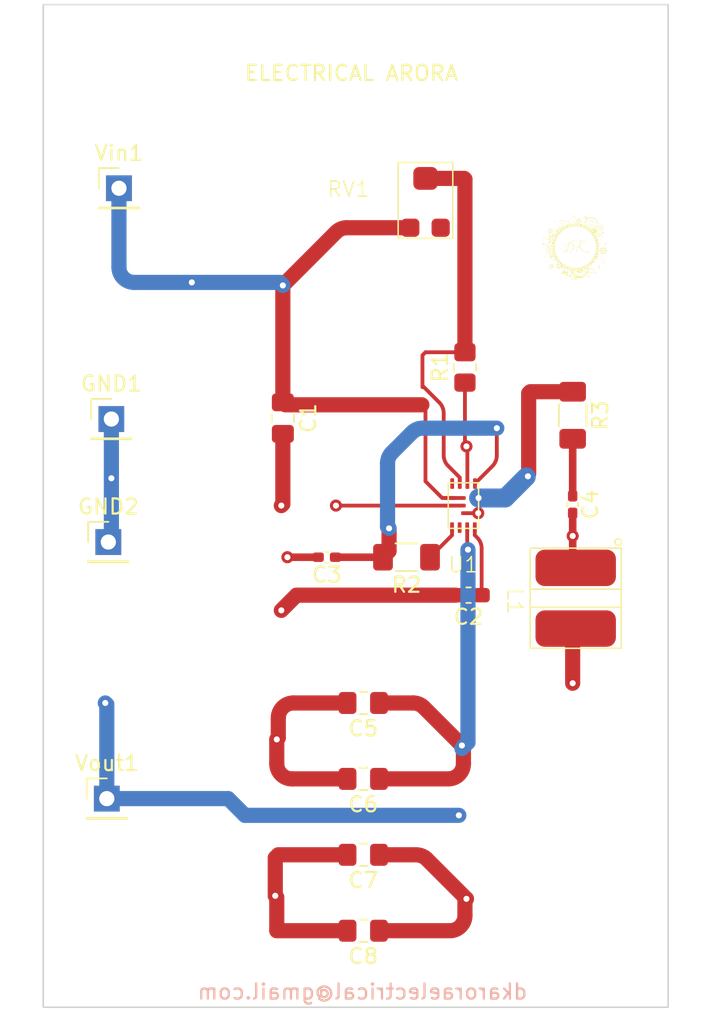
<source format=kicad_pcb>
(kicad_pcb (version 20221018) (generator pcbnew)
  (layers (0 "F.Cu" signal) (1 "In1.Cu" power "GND") (2 "In2.Cu" power "PWR") (31 "B.Cu" signal) (34 "B.Paste" user) (35 "F.Paste" user) (36 "B.SilkS" user "B.Silkscreen") (37 "F.SilkS" user "F.Silkscreen") (38 "B.Mask" user) (39 "F.Mask" user) (44 "Edge.Cuts" user))
  (net 0 "")
  (net 1 "/Vin")
  (net 2 "GND")
  (net 3 "Net-(U1-LDO)")
  (net 4 "Net-(U1-Vcc)")
  (net 5 "Net-(C4-Pad1)")
  (net 6 "/Sw")
  (net 7 "/BST")
  (net 8 "Net-(U1-EN)")
  (net 9 "Net-(U1-PG)")
  (net 10 "Net-(U1-BST)")
  (footprint "MountingHole:MountingHole_3mm" (layer "F.Cu") (at 130.5 58.7)
    (fp_text reference "REF**" hide)
    (fp_text value "MountingHole_3mm")
    (pad "" np_thru_hole circle (at 0 0) (size 3 3) (drill 3) (layers "*.Cu" "*.Mask"))
  )
  (footprint "Capacitor_SMD:C_0603_1608Metric_Pad1.08x0.95mm_HandSolder" (layer "F.Cu") (at 120.9375 92.9 180)
    (fp_text reference "C2" (at 0 -1.43) (layer "F.SilkS"))
    (fp_text value "4.7uF")
    (pad "1" smd roundrect (at -0.8625 0 180) (size 1.075 0.95) (layers "F.Cu" "F.Paste" "F.Mask") (net 3 "Net-(U1-LDO)"))
    (pad "2" smd roundrect (at 0.8625 0 180) (size 1.075 0.95) (layers "F.Cu" "F.Paste" "F.Mask") (net 2 "GND"))
  )
  (footprint "Connector_PinHeader_2.54mm:PinHeader_1x01_P2.54mm_Vertical" (layer "F.Cu") (at 97.9 66.1)
    (fp_text reference "Vin1" (at 0 -2.33) (layer "F.SilkS"))
    (fp_text value "Conn_01x01")
    (pad "1" thru_hole rect (at 0 0) (size 1.7 1.7) (drill 1) (layers "*.Cu" "*.Mask") (net 1 "/Vin"))
  )
  (footprint "DKA:IC_NB679_FP" (layer "F.Cu") (at 120.6 87)
    (fp_text reference "U1" (at 0 3.9 unlocked) (layer "F.SilkS") (effects (font (thickness 0.1))))
    (fp_text value "NB679")
    (pad "1" smd roundrect (at -0.6 -0.5) (size 1.5 0.25) (layers "F.Cu" "F.Paste" "F.Mask") (net 1 "/Vin"))
    (pad "2" smd roundrect (at -0.6 0) (size 1.5 0.25) (layers "F.Cu" "F.Paste" "F.Mask") (net 2 "GND"))
    (pad "3" smd roundrect (at -0.75 1.45) (size 0.25 0.7) (layers "F.Cu" "F.Paste" "F.Mask") (net 9 "Net-(U1-PG)"))
    (pad "4" smd roundrect (at -0.25 1.45) (size 0.25 0.7) (layers "F.Cu" "F.Paste" "F.Mask"))
    (pad "5" smd roundrect (at 0.25 1.45) (size 0.25 0.7) (layers "F.Cu" "F.Paste" "F.Mask") (net 7 "/BST"))
    (pad "6" smd roundrect (at 0.75 1.45) (size 0.25 0.7) (layers "F.Cu" "F.Paste" "F.Mask") (net 3 "Net-(U1-LDO)"))
    (pad "7" smd roundrect (at 0.6 0.5) (size 1.5 0.25) (layers "F.Cu" "F.Paste" "F.Mask") (net 6 "/Sw"))
    (pad "8" smd roundrect (at 1 -0.5) (size 0.7 0.25) (layers "F.Cu" "F.Paste" "F.Mask") (net 10 "Net-(U1-BST)"))
    (pad "9" smd roundrect (at 0.76 -1.45) (size 0.25 0.7) (layers "F.Cu" "F.Paste" "F.Mask") (net 4 "Net-(U1-Vcc)"))
    (pad "10" smd roundrect (at 0.26 -1.45) (size 0.25 0.7) (layers "F.Cu" "F.Paste" "F.Mask") (net 2 "GND"))
    (pad "11" smd roundrect (at -0.24 -1.45) (size 0.25 0.7) (layers "F.Cu" "F.Paste" "F.Mask") (net 8 "Net-(U1-EN)"))
    (pad "12" smd roundrect (at -0.74 -1.45) (size 0.25 0.7) (layers "F.Cu" "F.Paste" "F.Mask"))
  )
  (footprint "MountingHole:MountingHole_3mm" (layer "F.Cu") (at 130.5 115.8)
    (fp_text reference "REF**" hide)
    (fp_text value "MountingHole_3mm")
    (pad "" np_thru_hole circle (at 0 0) (size 3 3) (drill 3) (layers "*.Cu" "*.Mask"))
  )
  (footprint "Capacitor_SMD:C_0805_2012Metric_Pad1.18x1.45mm_HandSolder" (layer "F.Cu") (at 108.7 81.2375 -90)
    (fp_text reference "C1" (at 0 -1.68 90) (layer "F.SilkS"))
    (fp_text value "22uF")
    (pad "1" smd roundrect (at -1.0375 0 270) (size 1.175 1.45) (layers "F.Cu" "F.Paste" "F.Mask") (roundrect_rratio 0.2127659574) (net 1 "/Vin"))
    (pad "2" smd roundrect (at 1.0375 0 270) (size 1.175 1.45) (layers "F.Cu" "F.Paste" "F.Mask") (roundrect_rratio 0.2127659574) (net 2 "GND"))
  )
  (footprint "Connector_PinHeader_2.54mm:PinHeader_1x01_P2.54mm_Vertical" (layer "F.Cu") (at 97.4 81.3)
    (fp_text reference "GND1" (at 0 -2.33) (layer "F.SilkS"))
    (fp_text value "Conn_01x01")
    (pad "1" thru_hole rect (at 0 0) (size 1.7 1.7) (drill 1) (layers "*.Cu" "*.Mask") (net 2 "GND"))
  )
  (footprint "Resistor_SMD:R_1206_3216Metric_Pad1.30x1.75mm_HandSolder" (layer "F.Cu") (at 116.85 90.4 180)
    (fp_text reference "R2" (at 0 -1.82) (layer "F.SilkS"))
    (fp_text value "100k")
    (pad "1" smd roundrect (at -1.55 0 180) (size 1.3 1.75) (layers "F.Cu" "F.Paste" "F.Mask") (roundrect_rratio 0.1923076923) (net 9 "Net-(U1-PG)"))
    (pad "2" smd roundrect (at 1.55 0 180) (size 1.3 1.75) (layers "F.Cu" "F.Paste" "F.Mask") (roundrect_rratio 0.1923076923) (net 4 "Net-(U1-Vcc)"))
  )
  (footprint "Resistor_SMD:R_1206_3216Metric_Pad1.30x1.75mm_HandSolder" (layer "F.Cu") (at 127.8 81.05 -90)
    (fp_text reference "R3" (at 0 -1.82 90) (layer "F.SilkS"))
    (fp_text value "3.3Ω")
    (pad "1" smd roundrect (at -1.55 0 270) (size 1.3 1.75) (layers "F.Cu" "F.Paste" "F.Mask") (roundrect_rratio 0.1923076923) (net 10 "Net-(U1-BST)"))
    (pad "2" smd roundrect (at 1.55 0 270) (size 1.3 1.75) (layers "F.Cu" "F.Paste" "F.Mask") (roundrect_rratio 0.1923076923) (net 5 "Net-(C4-Pad1)"))
  )
  (footprint "DKA:POT_FP" (layer "F.Cu") (at 118.1 66.9)
    (fp_text reference "RV1" (at -5.08 -0.74 unlocked) (layer "F.SilkS") (effects (font (thickness 0.1))))
    (fp_text value "1MΩ")
    (pad "1" smd roundrect (at -1 1.8) (size 1.2 1.2) (layers "F.Cu" "F.Paste" "F.Mask") (net 1 "/Vin"))
    (pad "2" smd roundrect (at 0 -1.45) (size 1.6 1.5) (layers "F.Cu" "F.Paste" "F.Mask") (net 8 "Net-(U1-EN)"))
    (pad "3" smd roundrect (at 1 1.8) (size 1.2 1.2) (layers "F.Cu" "F.Paste" "F.Mask"))
  )
  (footprint "Capacitor_SMD:C_0805_2012Metric_Pad1.18x1.45mm_HandSolder" (layer "F.Cu") (at 114 110 180)
    (fp_text reference "C7" (at 0 -1.68) (layer "F.SilkS"))
    (fp_text value "22uF")
    (pad "1" smd roundrect (at -1.0375 0 180) (size 1.175 1.45) (layers "F.Cu" "F.Paste" "F.Mask") (roundrect_rratio 0.2127659574) (net 7 "/BST"))
    (pad "2" smd roundrect (at 1.0375 0 180) (size 1.175 1.45) (layers "F.Cu" "F.Paste" "F.Mask") (roundrect_rratio 0.2127659574) (net 2 "GND"))
  )
  (footprint "Capacitor_SMD:C_0805_2012Metric_Pad1.18x1.45mm_HandSolder" (layer "F.Cu") (at 114 100 180)
    (fp_text reference "C5" (at 0 -1.68) (layer "F.SilkS"))
    (fp_text value "22uF")
    (pad "1" smd roundrect (at -1.0375 0 180) (size 1.175 1.45) (layers "F.Cu" "F.Paste" "F.Mask") (roundrect_rratio 0.2127659574) (net 7 "/BST"))
    (pad "2" smd roundrect (at 1.0375 0 180) (size 1.175 1.45) (layers "F.Cu" "F.Paste" "F.Mask") (roundrect_rratio 0.2127659574) (net 2 "GND"))
  )
  (footprint "Graphics:dka" (layer "F.Cu") (at 127.9 70)
    (fp_text reference "G***" hide)
    (fp_text value "LOGO" hide)
  )
  (footprint "Capacitor_SMD:C_0402_1005Metric_Pad0.74x0.62mm_HandSolder" (layer "F.Cu") (at 111.6 90.4 180)
    (fp_text reference "C3" (at 0 -1.16) (layer "F.SilkS"))
    (fp_text value "1uF")
    (pad "1" smd roundrect (at -0.5675 0 180) (size 0.735 0.62) (layers "F.Cu" "F.Paste" "F.Mask") (net 4 "Net-(U1-Vcc)"))
    (pad "2" smd roundrect (at 0.5675 0 180) (size 0.735 0.62) (layers "F.Cu" "F.Paste" "F.Mask") (net 2 "GND"))
  )
  (footprint "Connector_PinHeader_2.54mm:PinHeader_1x01_P2.54mm_Vertical" (layer "F.Cu") (at 97.1 106.3)
    (fp_text reference "Vout1" (at 0 -2.33) (layer "F.SilkS"))
    (fp_text value "Conn_01x01")
    (pad "1" thru_hole rect (at 0 0) (size 1.7 1.7) (drill 1) (layers "*.Cu" "*.Mask") (net 7 "/BST"))
  )
  (footprint "DKA:IND_FP" (layer "F.Cu") (at 128 93.1 -90)
    (fp_text reference "L1" (at 0.2 4 -90 unlocked) (layer "F.SilkS") (effects (font (thickness 0.1))))
    (fp_text value "1.5uH")
    (pad "1" smd roundrect (at -2 0 270) (size 2.4 5.3) (layers "F.Cu" "F.Paste" "F.Mask") (net 6 "/Sw"))
    (pad "2" smd roundrect (at 2 0 270) (size 2.4 5.3) (layers "F.Cu" "F.Paste" "F.Mask") (net 7 "/BST"))
  )
  (footprint "Capacitor_SMD:C_0805_2012Metric_Pad1.18x1.45mm_HandSolder" (layer "F.Cu") (at 114 105 180)
    (fp_text reference "C6" (at 0 -1.68) (layer "F.SilkS"))
    (fp_text value "22uF")
    (pad "1" smd roundrect (at -1.0375 0 180) (size 1.175 1.45) (layers "F.Cu" "F.Paste" "F.Mask") (roundrect_rratio 0.2127659574) (net 7 "/BST"))
    (pad "2" smd roundrect (at 1.0375 0 180) (size 1.175 1.45) (layers "F.Cu" "F.Paste" "F.Mask") (roundrect_rratio 0.2127659574) (net 2 "GND"))
  )
  (footprint "MountingHole:MountingHole_3mm" (layer "F.Cu") (at 97.4 116.3)
    (fp_text reference "REF**" hide)
    (fp_text value "MountingHole_3mm")
    (pad "" np_thru_hole circle (at 0 0) (size 3 3) (drill 3) (layers "*.Cu" "*.Mask"))
  )
  (footprint "Resistor_SMD:R_0805_2012Metric_Pad1.20x1.40mm_HandSolder" (layer "F.Cu") (at 120.7 77.9 90)
    (fp_text reference "R1" (at 0 -1.65 90) (layer "F.SilkS"))
    (fp_text value "2.2MΩ")
    (pad "1" smd roundrect (at -1 0 90) (size 1.2 1.4) (layers "F.Cu" "F.Paste" "F.Mask") (roundrect_rratio 0.2083333333) (net 2 "GND"))
    (pad "2" smd roundrect (at 1 0 90) (size 1.2 1.4) (layers "F.Cu" "F.Paste" "F.Mask") (roundrect_rratio 0.2083333333) (net 8 "Net-(U1-EN)"))
  )
  (footprint "Capacitor_SMD:C_0402_1005Metric_Pad0.74x0.62mm_HandSolder" (layer "F.Cu") (at 127.8 86.9325 -90)
    (fp_text reference "C4" (at 0 -1.16 90) (layer "F.SilkS"))
    (fp_text value "220nF")
    (pad "1" smd roundrect (at -0.5675 0 270) (size 0.735 0.62) (layers "F.Cu" "F.Paste" "F.Mask") (net 5 "Net-(C4-Pad1)"))
    (pad "2" smd roundrect (at 0.5675 0 270) (size 0.735 0.62) (layers "F.Cu" "F.Paste" "F.Mask") (net 6 "/Sw"))
  )
  (footprint "MountingHole:MountingHole_3mm" (layer "F.Cu") (at 97.4 58.7)
    (fp_text reference "REF**" hide)
    (fp_text value "MountingHole_3mm")
    (pad "" np_thru_hole circle (at 0 0) (size 3 3) (drill 3) (layers "*.Cu" "*.Mask"))
  )
  (footprint "Connector_PinHeader_2.54mm:PinHeader_1x01_P2.54mm_Vertical" (layer "F.Cu") (at 97.2 89.4)
    (fp_text reference "GND2" (at 0 -2.33) (layer "F.SilkS"))
    (fp_text value "Conn_01x01")
    (pad "1" thru_hole rect (at 0 0) (size 1.7 1.7) (drill 1) (layers "*.Cu" "*.Mask") (net 2 "GND"))
  )
  (footprint "Capacitor_SMD:C_0805_2012Metric_Pad1.18x1.45mm_HandSolder" (layer "F.Cu") (at 114 115 180)
    (fp_text reference "C8" (at 0 -1.68) (layer "F.SilkS"))
    (fp_text value "22uF")
    (pad "1" smd roundrect (at -1.0375 0 180) (size 1.175 1.45) (layers "F.Cu" "F.Paste" "F.Mask") (roundrect_rratio 0.2127659574) (net 7 "/BST"))
    (pad "2" smd roundrect (at 1.0375 0 180) (size 1.175 1.45) (layers "F.Cu" "F.Paste" "F.Mask") (roundrect_rratio 0.2127659574) (net 2 "GND"))
  )
  (gr_rect (start 92.91 54) (end 134.09 120.04) (stroke (width 0.1)) (fill none) (layer "Edge.Cuts"))
  (gr_text "dkaroraelectrical@gmail.com" (at 124.9 119.6) (layer "B.SilkS") (effects (font (size 1 1)) (justify left bottom mirror)))
  (gr_text "ELECTRICAL ARORA" (at 106.1 59.1) (layer "F.SilkS") (effects (font (size 1 1)) (justify left bottom)))
  (segment (start 108.7 80.2) (end 108.7 72.5) (width 1) (layer "F.Cu") (net 1))
  (segment (start 117.1 68.7) (end 112.914214 68.7) (width 1) (layer "F.Cu") (net 1))
  (segment (start 118.1 80.6) (end 117.8625 80.3625) (width 0.25) (layer "F.Cu") (net 1))
  (segment (start 117.8625 80.3625) (end 108.8625 80.3625) (width 1) (layer "F.Cu") (net 1))
  (segment (start 118.1 85.4) (end 118.1 80.6) (width 0.25) (layer "F.Cu") (net 1))
  (segment (start 108.8625 80.3625) (end 108.7 80.2) (width 0.25) (layer "F.Cu") (net 1))
  (segment (start 119.2 86.5) (end 118.1 85.4) (width 0.25) (layer "F.Cu") (net 1))
  (segment (start 112.207107 68.992893) (end 108.7 72.5) (width 1) (layer "F.Cu") (net 1))
  (segment (start 120 86.5) (end 119.2 86.5) (width 0.25) (layer "F.Cu") (net 1))
  (via (at 108.7 72.5) (size 0.8) (drill 0.4) (layers "F.Cu" "B.Cu") (net 1))
  (arc (start 112.914214 68.7) (mid 112.531531 68.77612) (end 112.207107 68.992893) (width 1) (layer "F.Cu") (net 1))
  (via blind (at 102.7 72.3) (size 0.8) (drill 0.4) (layers "In2.Cu" "B.Cu") (net 1))
  (segment (start 97.9 66.1) (end 97.9 71.3) (width 1) (layer "B.Cu") (net 1))
  (segment (start 98.9 72.3) (end 108.5 72.3) (width 1) (layer "B.Cu") (net 1))
  (segment (start 108.5 72.3) (end 108.7 72.5) (width 1) (layer "B.Cu") (net 1))
  (arc (start 97.9 71.3) (mid 98.192893 72.007107) (end 98.9 72.3) (width 1) (layer "B.Cu") (net 1))
  (segment (start 120 87) (end 112.2 87) (width 0.25) (layer "F.Cu") (net 2))
  (segment (start 120.7 83) (end 120.8 83.1) (width 0.25) (layer "F.Cu") (net 2))
  (segment (start 109.6 92.9) (end 108.6 93.9) (width 1) (layer "F.Cu") (net 2))
  (segment (start 108.7 82.275) (end 108.7 86.9) (width 1) (layer "F.Cu") (net 2))
  (segment (start 108.4 101) (end 108.4 102.3) (width 1) (layer "F.Cu") (net 2))
  (segment (start 120.7 78.9) (end 120.7 83) (width 0.25) (layer "F.Cu") (net 2))
  (segment (start 120.86 83.16) (end 120.8 83.1) (width 0.25) (layer "F.Cu") (net 2))
  (segment (start 108.2 110.2) (end 108.2 112.7) (width 1) (layer "F.Cu") (net 2))
  (segment (start 112.9625 115) (end 108.3 115) (width 1) (layer "F.Cu") (net 2))
  (segment (start 112.9625 105) (end 109.3 105) (width 1) (layer "F.Cu") (net 2))
  (segment (start 108.3 115) (end 108.3 112.8) (width 1) (layer "F.Cu") (net 2))
  (segment (start 112.9625 100) (end 109.4 100) (width 1) (layer "F.Cu") (net 2))
  (segment (start 108.3 104) (end 108.3 102.4) (width 1) (layer "F.Cu") (net 2))
  (segment (start 111.0325 90.4) (end 109 90.4) (width 0.5) (layer "F.Cu") (net 2))
  (segment (start 108.4 102.3) (end 108.3 102.4) (width 1) (layer "F.Cu") (net 2))
  (segment (start 108.3 112.8) (end 108.2 112.7) (width 0.25) (layer "F.Cu") (net 2))
  (segment (start 112.9625 110) (end 108.4 110) (width 1) (layer "F.Cu") (net 2))
  (segment (start 108.4 110) (end 108.2 110.2) (width 1) (layer "F.Cu") (net 2))
  (segment (start 120.075 92.9) (end 109.6 92.9) (width 1) (layer "F.Cu") (net 2))
  (segment (start 120.86 85.55) (end 120.86 83.16) (width 0.25) (layer "F.Cu") (net 2))
  (segment (start 108.7 86.9) (end 108.6 87) (width 1) (layer "F.Cu") (net 2))
  (via blind (at 108.6 93.9) (size 0.8) (drill 0.4) (layers "F.Cu" "In1.Cu") (net 2))
  (via blind (at 120.8 83.1) (size 0.8) (drill 0.4) (layers "F.Cu" "In1.Cu") (net 2))
  (via blind (at 108.6 87) (size 0.8) (drill 0.4) (layers "F.Cu" "In1.Cu") (net 2))
  (via blind (at 109 90.4) (size 0.8) (drill 0.4) (layers "F.Cu" "In1.Cu") (net 2))
  (via blind (at 112.2 87) (size 0.8) (drill 0.4) (layers "F.Cu" "In1.Cu") (net 2))
  (via blind (at 108.2 112.7) (size 0.8) (drill 0.4) (layers "F.Cu" "In1.Cu") (net 2))
  (via blind (at 108.3 102.4) (size 0.8) (drill 0.4) (layers "F.Cu" "In1.Cu") (net 2))
  (arc (start 108.3 104) (mid 108.592893 104.707107) (end 109.3 105) (width 1) (layer "F.Cu") (net 2))
  (arc (start 109.4 100) (mid 108.692893 100.292893) (end 108.4 101) (width 1) (layer "F.Cu") (net 2))
  (via blind (at 97.4 85.2) (size 0.8) (drill 0.4) (layers "In1.Cu" "B.Cu") (net 2))
  (segment (start 97.4 89.2) (end 97.2 89.4) (width 1) (layer "B.Cu") (net 2))
  (segment (start 97.4 85.2) (end 97.4 89.2) (width 1) (layer "B.Cu") (net 2))
  (segment (start 97.4 81.3) (end 97.4 85.2) (width 1) (layer "B.Cu") (net 2))
  (segment (start 121.35 88.95) (end 121.507107 89.107107) (width 0.25) (layer "F.Cu") (net 3))
  (segment (start 121.35 88.45) (end 121.35 88.95) (width 0.25) (layer "F.Cu") (net 3))
  (segment (start 121.8 89.814214) (end 121.8 92.9) (width 0.25) (layer "F.Cu") (net 3))
  (arc (start 121.507107 89.107107) (mid 121.72388 89.43153) (end 121.8 89.814214) (width 0.25) (layer "F.Cu") (net 3))
  (segment (start 115.7 88.5) (end 115.7 90) (width 1) (layer "F.Cu") (net 4))
  (segment (start 122.8 83.695786) (end 122.8 81.9) (width 0.25) (layer "F.Cu") (net 4))
  (segment (start 115.7 90) (end 115.3 90.4) (width 1) (layer "F.Cu") (net 4))
  (segment (start 115.3 90.4) (end 112.1675 90.4) (width 0.5) (layer "F.Cu") (net 4))
  (segment (start 122.8 81.9) (end 122.8 81.8) (width 0.25) (layer "F.Cu") (net 4))
  (segment (start 121.36 85.55) (end 122.507107 84.402893) (width 0.25) (layer "F.Cu") (net 4))
  (via (at 122.8 81.9) (size 0.8) (drill 0.4) (layers "F.Cu" "B.Cu") (net 4))
  (via (at 115.7 88.5) (size 0.8) (drill 0.4) (layers "F.Cu" "B.Cu") (net 4))
  (arc (start 122.507107 84.402893) (mid 122.72388 84.07847) (end 122.8 83.695786) (width 0.25) (layer "F.Cu") (net 4))
  (segment (start 115.6 88.4) (end 115.7 88.5) (width 1) (layer "B.Cu") (net 4))
  (segment (start 122.8 81.9) (end 117.914214 81.9) (width 1) (layer "B.Cu") (net 4))
  (segment (start 117.207107 82.192893) (end 115.892893 83.507107) (width 1) (layer "B.Cu") (net 4))
  (segment (start 115.6 84.214214) (end 115.6 88.4) (width 1) (layer "B.Cu") (net 4))
  (arc (start 115.892893 83.507107) (mid 115.676125 83.831531) (end 115.6 84.214214) (width 1) (layer "B.Cu") (net 4))
  (arc (start 117.914214 81.9) (mid 117.531531 81.97612) (end 117.207107 82.192893) (width 1) (layer "B.Cu") (net 4))
  (segment (start 127.8 86.365) (end 127.8 82.6) (width 0.5) (layer "F.Cu") (net 5))
  (segment (start 127.8 89) (end 127.8 90.9) (width 0.5) (layer "F.Cu") (net 6))
  (segment (start 121.599702 87.499205) (end 121.613436 87.512939) (width 0.25) (layer "F.Cu") (net 6))
  (segment (start 121.574835 87.5) (end 121.2 87.5) (width 0.25) (layer "F.Cu") (net 6))
  (segment (start 127.8 87.5) (end 127.8 89) (width 0.5) (layer "F.Cu") (net 6))
  (segment (start 121.57563 87.499205) (end 121.574835 87.5) (width 0.25) (layer "F.Cu") (net 6))
  (segment (start 127.8 90.9) (end 128 91.1) (width 0.5) (layer "F.Cu") (net 6))
  (segment (start 121.57563 87.499205) (end 121.599702 87.499205) (width 0.25) (layer "F.Cu") (net 6))
  (via blind (at 127.8 89) (size 0.8) (drill 0.4) (layers "F.Cu" "In2.Cu") (net 6))
  (via blind (at 121.57563 87.499205) (size 0.8) (drill 0.4) (layers "F.Cu" "In2.Cu") (net 6))
  (segment (start 120.6 104) (end 120.6 102.9) (width 1) (layer "F.Cu") (net 7))
  (segment (start 117.992893 100.292893) (end 120.5 102.8) (width 1) (layer "F.Cu") (net 7))
  (segment (start 115.0375 115) (end 119.7 115) (width 1) (layer "F.Cu") (net 7))
  (segment (start 120.9 89.9) (end 121 89.9) (width 0.25) (layer "F.Cu") (net 7))
  (segment (start 115.0375 110) (end 117.485786 110) (width 1) (layer "F.Cu") (net 7))
  (segment (start 120.7 114) (end 120.7 113) (width 1) (layer "F.Cu") (net 7))
  (segment (start 120.6 102.9) (end 120.5 102.8) (width 1) (layer "F.Cu") (net 7))
  (segment (start 127.8 94.7) (end 127.8 98.7) (width 1) (layer "F.Cu") (net 7))
  (segment (start 115.0375 100) (end 117.285786 100) (width 1) (layer "F.Cu") (net 7))
  (segment (start 120.85 89.75) (end 120.9 89.8) (width 0.25) (layer "F.Cu") (net 7))
  (segment (start 118.192893 110.292893) (end 120.8 112.9) (width 1) (layer "F.Cu") (net 7))
  (segment (start 115.0375 105) (end 119.6 105) (width 1) (layer "F.Cu") (net 7))
  (segment (start 120.7 113) (end 120.8 112.9) (width 1) (layer "F.Cu") (net 7))
  (segment (start 121 89.9) (end 120.9 89.8) (width 0.25) (layer "F.Cu") (net 7))
  (segment (start 120.9 89.8) (end 120.9 89.9) (width 0.25) (layer "F.Cu") (net 7))
  (segment (start 120.85 88.45) (end 120.85 89.75) (width 0.25) (layer "F.Cu") (net 7))
  (via (at 120.5 102.8) (size 0.8) (drill 0.4) (layers "F.Cu" "B.Cu") (net 7))
  (via blind (at 120.8 112.9) (size 0.8) (drill 0.4) (layers "F.Cu" "In2.Cu") (net 7))
  (via (at 120.9 89.9) (size 0.8) (drill 0.4) (layers "F.Cu" "B.Cu") (net 7))
  (via blind (at 127.8 98.7) (size 0.8) (drill 0.4) (layers "F.Cu" "In2.Cu") (net 7))
  (arc (start 117.485786 110) (mid 117.868469 110.07612) (end 118.192893 110.292893) (width 1) (layer "F.Cu") (net 7))
  (arc (start 119.6 105) (mid 120.307107 104.707107) (end 120.6 104) (width 1) (layer "F.Cu") (net 7))
  (arc (start 120.7 114) (mid 120.407107 114.707107) (end 119.7 115) (width 1) (layer "F.Cu") (net 7))
  (arc (start 117.285786 100) (mid 117.668469 100.07612) (end 117.992893 100.292893) (width 1) (layer "F.Cu") (net 7))
  (via blind (at 97 100) (size 0.8) (drill 0.4) (layers "In2.Cu" "B.Cu") (net 7))
  (via blind (at 120.3 107.4) (size 0.8) (drill 0.4) (layers "In2.Cu" "B.Cu") (net 7))
  (segment (start 106.2 107.4) (end 120.3 107.4) (width 1) (layer "B.Cu") (net 7))
  (segment (start 120.9 89.9) (end 120.9 102.6) (width 1) (layer "B.Cu") (net 7))
  (segment (start 105.1 106.3) (end 106.2 107.4) (width 1) (layer "B.Cu") (net 7))
  (segment (start 97.1 100.1) (end 97 100) (width 1) (layer "B.Cu") (net 7))
  (segment (start 97.1 106.3) (end 105.1 106.3) (width 1) (layer "B.Cu") (net 7))
  (segment (start 97.1 106.3) (end 97.1 100.1) (width 1) (layer "B.Cu") (net 7))
  (segment (start 97.1 106.3) (end 97.2 106.4) (width 0.25) (layer "B.Cu") (net 7))
  (segment (start 120.9 102.6) (end 120.5 103) (width 1) (layer "B.Cu") (net 7))
  (segment (start 97.1 106.3) (end 97 106.2) (width 0.25) (layer "B.Cu") (net 7))
  (segment (start 120.65 65.45) (end 120.7 65.5) (width 1) (layer "F.Cu") (net 8))
  (segment (start 118.1 65.45) (end 120.65 65.45) (width 1) (layer "F.Cu") (net 8))
  (segment (start 120.7 65.5) (end 120.7 76.9) (width 1) (layer "F.Cu") (net 8))
  (segment (start 120.36 85.55) (end 120.36 85.151992) (width 0.25) (layer "F.Cu") (net 8))
  (segment (start 118.1 76.9) (end 120.7 76.9) (width 0.25) (layer "F.Cu") (net 8))
  (segment (start 119.007107 80.207107) (end 117.9 79.1) (width 0.25) (layer "F.Cu") (net 8))
  (segment (start 117.9 77.1) (end 118.1 76.9) (width 0.25) (layer "F.Cu") (net 8))
  (segment (start 119.3 83.677778) (end 119.3 80.914214) (width 0.25) (layer "F.Cu") (net 8))
  (segment (start 117.9 79.2) (end 117.9 77.1) (width 0.25) (layer "F.Cu") (net 8))
  (segment (start 120.36 85.151992) (end 119.592893 84.384885) (width 0.25) (layer "F.Cu") (net 8))
  (arc (start 119.3 83.677778) (mid 119.37612 84.060461) (end 119.592893 84.384885) (width 0.25) (layer "F.Cu") (net 8))
  (arc (start 119.3 80.914214) (mid 119.22388 80.531531) (end 119.007107 80.207107) (width 0.25) (layer "F.Cu") (net 8))
  (segment (start 118.4 90.4) (end 119.85 88.95) (width 0.25) (layer "F.Cu") (net 9))
  (segment (start 119.85 88.95) (end 119.85 88.45) (width 0.25) (layer "F.Cu") (net 9))
  (segment (start 124.85 84.95) (end 124.9 84.9) (width 0.5) (layer "F.Cu") (net 10))
  (segment (start 124.9 79.6) (end 125 79.5) (width 0.25) (layer "F.Cu") (net 10))
  (segment (start 125 79.5) (end 127.8 79.5) (width 1) (layer "F.Cu") (net 10))
  (segment (start 124.9 84.9) (end 124.9 79.6) (width 1) (layer "F.Cu") (net 10))
  (segment (start 124.73 85.07) (end 124.85 85.07) (width 0.5) (layer "F.Cu") (net 10))
  (segment (start 124.85 85.07) (end 124.85 84.95) (width 0.5) (layer "F.Cu") (net 10))
  (via (at 124.85 85.07) (size 0.8) (drill 0.4) (layers "F.Cu" "B.Cu") (net 10))
  (via (at 121.6 86.5) (size 0.8) (drill 0.4) (layers "F.Cu" "B.Cu") (net 10))
  (segment (start 123.35 86.5) (end 124.74 85.11) (width 1.25) (layer "B.Cu") (net 10))
  (segment (start 121.6 86.5) (end 123.35 86.5) (width 1.25) (layer "B.Cu") (net 10))
)
</source>
